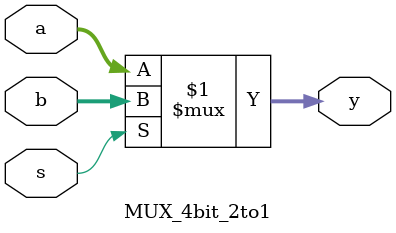
<source format=v>
`timescale 1ns / 1ps
module MUX_4bit_2to1(
	input wire[3:0] a,
	input wire[3:0] b,
	input wire s,
	output wire[3:0] y
);

	assign y = (s) ? (b) : (a);

endmodule

</source>
